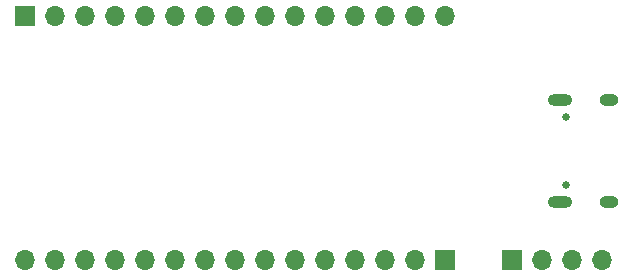
<source format=gbr>
%TF.GenerationSoftware,KiCad,Pcbnew,8.0.8*%
%TF.CreationDate,2025-01-31T11:20:25+01:00*%
%TF.ProjectId,RP2040_Template,52503230-3430-45f5-9465-6d706c617465,rev?*%
%TF.SameCoordinates,Original*%
%TF.FileFunction,Soldermask,Bot*%
%TF.FilePolarity,Negative*%
%FSLAX46Y46*%
G04 Gerber Fmt 4.6, Leading zero omitted, Abs format (unit mm)*
G04 Created by KiCad (PCBNEW 8.0.8) date 2025-01-31 11:20:25*
%MOMM*%
%LPD*%
G01*
G04 APERTURE LIST*
%ADD10C,0.650000*%
%ADD11O,2.100000X1.000000*%
%ADD12O,1.600000X1.000000*%
%ADD13R,1.700000X1.700000*%
%ADD14O,1.700000X1.700000*%
G04 APERTURE END LIST*
D10*
%TO.C,J3*%
X134470000Y-93520000D03*
X134470000Y-87740000D03*
D11*
X133970000Y-94950000D03*
D12*
X138150000Y-94950000D03*
D11*
X133970000Y-86310000D03*
D12*
X138150000Y-86310000D03*
%TD*%
D13*
%TO.C,J5*%
X129940000Y-99870000D03*
D14*
X132480000Y-99870000D03*
X135020000Y-99870000D03*
X137560000Y-99870000D03*
%TD*%
D13*
%TO.C,J2*%
X124270000Y-99800000D03*
D14*
X121730000Y-99800000D03*
X119190000Y-99800000D03*
X116650000Y-99800000D03*
X114110000Y-99800000D03*
X111570000Y-99800000D03*
X109030000Y-99800000D03*
X106490000Y-99800000D03*
X103950000Y-99800000D03*
X101410000Y-99800000D03*
X98870000Y-99800000D03*
X96330000Y-99800000D03*
X93790000Y-99800000D03*
X91250000Y-99800000D03*
X88710000Y-99800000D03*
%TD*%
D13*
%TO.C,J1*%
X88720000Y-79200000D03*
D14*
X91260000Y-79200000D03*
X93800000Y-79200000D03*
X96340000Y-79200000D03*
X98880000Y-79200000D03*
X101420000Y-79200000D03*
X103960000Y-79200000D03*
X106500000Y-79200000D03*
X109040000Y-79200000D03*
X111580000Y-79200000D03*
X114120000Y-79200000D03*
X116660000Y-79200000D03*
X119200000Y-79200000D03*
X121740000Y-79200000D03*
X124280000Y-79200000D03*
%TD*%
M02*

</source>
